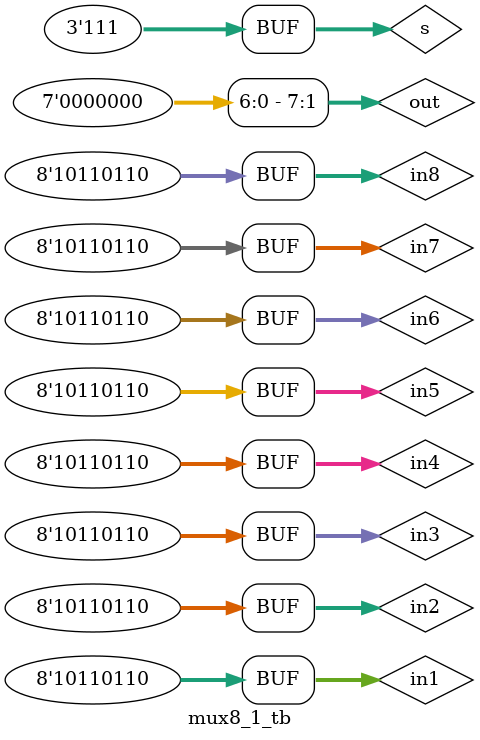
<source format=v>
module mux8_1(in1,in2,in3,in4,in5,in6,in7,in8,s,out);
input in1,in2,in3,in4,in5,in6,in7,in8;
input [2:0] s;
output out;
wire [5:0] d;

mux2_1 m1(d[0],in1,in2,s[0]);
mux2_1 m2(d[1],in3,in4,s[0]);
mux2_1 m3(d[2],in5,in6,s[0]);
mux2_1 m4(d[3],in7,in8,s[0]);
mux2_1 m5(d[4],d[0],d[1],s[1]);
mux2_1 m6(d[5],d[2],d[3],s[1]);
mux2_1 m7(out,d[4],d[5],s[2]);
endmodule

module mux8_1_tb();
reg [7:0] in1;
reg [7:0] in2;
reg [7:0] in3;
reg [7:0] in4;
reg [7:0] in5;
reg [7:0] in6;
reg [7:0] in7;
reg [7:0] in8;
reg [2:0]s;
wire [7:0] out;

mux8_1 uut(.out(out),.s(s),.in1(in1),.in2(in2),.in3(in3),.in4(in4),.in5(in5),.in6(in6),.in7(in7),.in8(in8));

initial begin
in1=8'b10110110;in2=8'b10110110;in3=8'b10110110;in4=8'b10110110;in5=8'b10110110;in6=8'b10110110;in7=8'b10110110;in8=8'b10110110;
#2 s=3'b000;
#2 s=3'b001;
#2 s=3'b010;
#2 s=3'b011;
#2 s=3'b100;
#2 s=3'b101;
#2 s=3'b110;
#2 s=3'b111;
end
initial begin $monitor("time=%0d,in1=%b,in2=%b,in3=%b,in4=%b,in5=%b,in6=%b,in7=%b,in8=%b,s=%b,out=%b", $time,in1,in2,in3,in4,in5,in6,in7,in8,s,out);
end
endmodule










</source>
